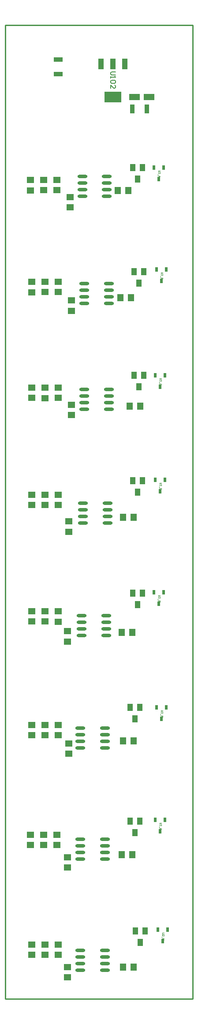
<source format=gtp>
G04 Layer_Color=8421504*
%FSLAX25Y25*%
%MOIN*%
G70*
G01*
G75*
G04:AMPARAMS|DCode=10|XSize=21.65mil|YSize=31.5mil|CornerRadius=1.95mil|HoleSize=0mil|Usage=FLASHONLY|Rotation=0.000|XOffset=0mil|YOffset=0mil|HoleType=Round|Shape=RoundedRectangle|*
%AMROUNDEDRECTD10*
21,1,0.02165,0.02760,0,0,0.0*
21,1,0.01776,0.03150,0,0,0.0*
1,1,0.00390,0.00888,-0.01380*
1,1,0.00390,-0.00888,-0.01380*
1,1,0.00390,-0.00888,0.01380*
1,1,0.00390,0.00888,0.01380*
%
%ADD10ROUNDEDRECTD10*%
%ADD11R,0.03937X0.05512*%
%ADD12R,0.04724X0.05709*%
%ADD13R,0.05709X0.04724*%
%ADD14O,0.07480X0.02362*%
%ADD15R,0.07874X0.04724*%
G04:AMPARAMS|DCode=16|XSize=39.37mil|YSize=80.71mil|CornerRadius=1.97mil|HoleSize=0mil|Usage=FLASHONLY|Rotation=0.000|XOffset=0mil|YOffset=0mil|HoleType=Round|Shape=RoundedRectangle|*
%AMROUNDEDRECTD16*
21,1,0.03937,0.07677,0,0,0.0*
21,1,0.03543,0.08071,0,0,0.0*
1,1,0.00394,0.01772,-0.03839*
1,1,0.00394,-0.01772,-0.03839*
1,1,0.00394,-0.01772,0.03839*
1,1,0.00394,0.01772,0.03839*
%
%ADD16ROUNDEDRECTD16*%
G04:AMPARAMS|DCode=17|XSize=127.95mil|YSize=80.71mil|CornerRadius=2.02mil|HoleSize=0mil|Usage=FLASHONLY|Rotation=0.000|XOffset=0mil|YOffset=0mil|HoleType=Round|Shape=RoundedRectangle|*
%AMROUNDEDRECTD17*
21,1,0.12795,0.07667,0,0,0.0*
21,1,0.12392,0.08071,0,0,0.0*
1,1,0.00404,0.06196,-0.03834*
1,1,0.00404,-0.06196,-0.03834*
1,1,0.00404,-0.06196,0.03834*
1,1,0.00404,0.06196,0.03834*
%
%ADD17ROUNDEDRECTD17*%
%ADD18R,0.03740X0.06693*%
%ADD19R,0.06693X0.03740*%
%ADD22C,0.01000*%
%ADD23C,0.00236*%
%ADD24C,0.00800*%
D10*
X122740Y-683945D02*
D03*
X115260D02*
D03*
X119000Y-692606D02*
D03*
X120740Y-600669D02*
D03*
X113260D02*
D03*
X117000Y-609331D02*
D03*
X121740Y-515669D02*
D03*
X114260D02*
D03*
X118000Y-524331D02*
D03*
X119740Y-428669D02*
D03*
X112260D02*
D03*
X116000Y-437331D02*
D03*
X120740Y-343669D02*
D03*
X113260D02*
D03*
X117000Y-352331D02*
D03*
X120740Y-264669D02*
D03*
X113260D02*
D03*
X117000Y-273331D02*
D03*
X121740Y-184669D02*
D03*
X114260D02*
D03*
X118000Y-193331D02*
D03*
X119740Y-107669D02*
D03*
X112260D02*
D03*
X116000Y-116331D02*
D03*
D11*
X105740Y-684669D02*
D03*
X98260D02*
D03*
X102000Y-693331D02*
D03*
X101740Y-601669D02*
D03*
X94260D02*
D03*
X98000Y-610331D02*
D03*
X101740Y-515669D02*
D03*
X94260D02*
D03*
X98000Y-524331D02*
D03*
X103740Y-429339D02*
D03*
X96260D02*
D03*
X100000Y-438000D02*
D03*
Y-353000D02*
D03*
X96260Y-344339D02*
D03*
X103740D02*
D03*
X101000Y-273331D02*
D03*
X97260Y-264669D02*
D03*
X104740D02*
D03*
X101000Y-195000D02*
D03*
X97260Y-186339D02*
D03*
X104740D02*
D03*
X100000Y-116331D02*
D03*
X96260Y-107669D02*
D03*
X103740D02*
D03*
D12*
X96874Y-712000D02*
D03*
X89000D02*
D03*
X95937Y-627000D02*
D03*
X88063D02*
D03*
X96937Y-541000D02*
D03*
X89063D02*
D03*
X95874Y-459000D02*
D03*
X88000D02*
D03*
X89000Y-372000D02*
D03*
X96874D02*
D03*
X94063Y-288000D02*
D03*
X101937D02*
D03*
X87063Y-206000D02*
D03*
X94937D02*
D03*
X85000Y-125000D02*
D03*
X92874D02*
D03*
D13*
X20000Y-702937D02*
D03*
Y-695063D02*
D03*
X30000Y-702937D02*
D03*
Y-695063D02*
D03*
X40000Y-702937D02*
D03*
Y-695063D02*
D03*
X47000Y-719937D02*
D03*
Y-712063D02*
D03*
X19000Y-619937D02*
D03*
Y-612063D02*
D03*
X39000Y-619937D02*
D03*
Y-612063D02*
D03*
X29000Y-619937D02*
D03*
Y-612063D02*
D03*
X47000Y-636937D02*
D03*
Y-629063D02*
D03*
X20000Y-536937D02*
D03*
Y-529063D02*
D03*
X40000Y-536937D02*
D03*
Y-529063D02*
D03*
X48000Y-550937D02*
D03*
Y-543063D02*
D03*
X30000Y-536937D02*
D03*
Y-529063D02*
D03*
Y-450937D02*
D03*
Y-443063D02*
D03*
X47000Y-466000D02*
D03*
Y-458126D02*
D03*
X40000Y-451000D02*
D03*
Y-443126D02*
D03*
X20000Y-450874D02*
D03*
Y-443000D02*
D03*
X40000Y-355063D02*
D03*
Y-362937D02*
D03*
X30000Y-355063D02*
D03*
Y-362937D02*
D03*
X20000Y-355063D02*
D03*
Y-362937D02*
D03*
X48000Y-375126D02*
D03*
Y-383000D02*
D03*
X40000Y-274063D02*
D03*
Y-281937D02*
D03*
X30000Y-274126D02*
D03*
Y-282000D02*
D03*
X20000Y-274063D02*
D03*
Y-281937D02*
D03*
X50000Y-287063D02*
D03*
Y-294937D02*
D03*
Y-208126D02*
D03*
Y-216000D02*
D03*
X40000Y-194063D02*
D03*
Y-201937D02*
D03*
X30000Y-194063D02*
D03*
Y-201937D02*
D03*
X20000Y-194126D02*
D03*
Y-202000D02*
D03*
X19000Y-117126D02*
D03*
Y-125000D02*
D03*
X49000Y-130063D02*
D03*
Y-137937D02*
D03*
X29000Y-117063D02*
D03*
Y-124937D02*
D03*
X39000Y-117063D02*
D03*
Y-124937D02*
D03*
D14*
X75252Y-714500D02*
D03*
Y-709500D02*
D03*
Y-704500D02*
D03*
Y-699500D02*
D03*
X56748Y-714500D02*
D03*
Y-709500D02*
D03*
Y-704500D02*
D03*
Y-699500D02*
D03*
X75252Y-630500D02*
D03*
Y-625500D02*
D03*
Y-620500D02*
D03*
Y-615500D02*
D03*
X56748Y-630500D02*
D03*
Y-625500D02*
D03*
Y-620500D02*
D03*
Y-615500D02*
D03*
X75252Y-546500D02*
D03*
Y-541500D02*
D03*
Y-536500D02*
D03*
Y-531500D02*
D03*
X56748Y-546500D02*
D03*
Y-541500D02*
D03*
Y-536500D02*
D03*
Y-531500D02*
D03*
X76252Y-461500D02*
D03*
Y-456500D02*
D03*
Y-451500D02*
D03*
Y-446500D02*
D03*
X57748Y-461500D02*
D03*
Y-456500D02*
D03*
Y-451500D02*
D03*
Y-446500D02*
D03*
X59748Y-275500D02*
D03*
Y-280500D02*
D03*
Y-285500D02*
D03*
Y-290500D02*
D03*
X78252Y-275500D02*
D03*
Y-280500D02*
D03*
Y-285500D02*
D03*
Y-290500D02*
D03*
X59748Y-195500D02*
D03*
Y-200500D02*
D03*
Y-205500D02*
D03*
Y-210500D02*
D03*
X78252Y-195500D02*
D03*
Y-200500D02*
D03*
Y-205500D02*
D03*
Y-210500D02*
D03*
X58248Y-114500D02*
D03*
Y-119500D02*
D03*
Y-124500D02*
D03*
Y-129500D02*
D03*
X76752Y-114500D02*
D03*
Y-119500D02*
D03*
Y-124500D02*
D03*
Y-129500D02*
D03*
X58748Y-361500D02*
D03*
Y-366500D02*
D03*
Y-371500D02*
D03*
Y-376500D02*
D03*
X77252Y-361500D02*
D03*
Y-366500D02*
D03*
Y-371500D02*
D03*
Y-376500D02*
D03*
D15*
X97672Y-54441D02*
D03*
X108696D02*
D03*
D16*
X90251Y-29441D02*
D03*
X81196D02*
D03*
X72141D02*
D03*
D17*
X81196Y-54441D02*
D03*
D18*
X95944Y-63441D02*
D03*
X106967D02*
D03*
D19*
X40000Y-26000D02*
D03*
Y-37024D02*
D03*
D22*
X0Y-736221D02*
X141732D01*
Y0D01*
X0D02*
X141732D01*
X0Y-736221D02*
Y0D01*
D23*
X119878Y-686276D02*
X118730D01*
X118500Y-686505D01*
Y-686964D01*
X118730Y-687194D01*
X119878D01*
X118500Y-688571D02*
Y-687653D01*
X119418Y-688571D01*
X119648D01*
X119878Y-688342D01*
Y-687883D01*
X119648Y-687653D01*
X118270Y-689031D02*
Y-689949D01*
X119878Y-690408D02*
X118500D01*
X119189D01*
Y-691326D01*
X119878D01*
X118500D01*
X117877Y-603000D02*
X116730D01*
X116500Y-603230D01*
Y-603689D01*
X116730Y-603918D01*
X117877D01*
X116500Y-605296D02*
Y-604378D01*
X117418Y-605296D01*
X117648D01*
X117877Y-605066D01*
Y-604607D01*
X117648Y-604378D01*
X116270Y-605755D02*
Y-606673D01*
X117648Y-608051D02*
X117877Y-607821D01*
Y-607362D01*
X117648Y-607132D01*
X116730D01*
X116500Y-607362D01*
Y-607821D01*
X116730Y-608051D01*
X117189D01*
Y-607592D01*
X118877Y-518000D02*
X117730D01*
X117500Y-518230D01*
Y-518689D01*
X117730Y-518918D01*
X118877D01*
X117500Y-520296D02*
Y-519378D01*
X118418Y-520296D01*
X118648D01*
X118877Y-520066D01*
Y-519607D01*
X118648Y-519378D01*
X117270Y-520755D02*
Y-521673D01*
X118877Y-523051D02*
Y-522132D01*
X118189D01*
Y-522592D01*
Y-522132D01*
X117500D01*
X116877Y-431000D02*
X115730D01*
X115500Y-431230D01*
Y-431689D01*
X115730Y-431918D01*
X116877D01*
X115500Y-433296D02*
Y-432377D01*
X116418Y-433296D01*
X116648D01*
X116877Y-433066D01*
Y-432607D01*
X116648Y-432377D01*
X115270Y-433755D02*
Y-434673D01*
X116877Y-436051D02*
Y-435133D01*
X115500D01*
Y-436051D01*
X116189Y-435133D02*
Y-435592D01*
X117877Y-346000D02*
X116730D01*
X116500Y-346230D01*
Y-346689D01*
X116730Y-346918D01*
X117877D01*
X116500Y-348296D02*
Y-347377D01*
X117418Y-348296D01*
X117648D01*
X117877Y-348066D01*
Y-347607D01*
X117648Y-347377D01*
X116270Y-348755D02*
Y-349673D01*
X117877Y-350132D02*
X116500D01*
Y-350821D01*
X116730Y-351051D01*
X117648D01*
X117877Y-350821D01*
Y-350132D01*
Y-267000D02*
X116730D01*
X116500Y-267230D01*
Y-267689D01*
X116730Y-267918D01*
X117877D01*
X116500Y-269296D02*
Y-268377D01*
X117418Y-269296D01*
X117648D01*
X117877Y-269066D01*
Y-268607D01*
X117648Y-268377D01*
X116270Y-269755D02*
Y-270673D01*
X117648Y-272051D02*
X117877Y-271821D01*
Y-271362D01*
X117648Y-271132D01*
X116730D01*
X116500Y-271362D01*
Y-271821D01*
X116730Y-272051D01*
X118877Y-187000D02*
X117730D01*
X117500Y-187230D01*
Y-187689D01*
X117730Y-187918D01*
X118877D01*
X117500Y-189296D02*
Y-188377D01*
X118418Y-189296D01*
X118648D01*
X118877Y-189066D01*
Y-188607D01*
X118648Y-188377D01*
X117270Y-189755D02*
Y-190673D01*
X118877Y-191132D02*
X117500D01*
Y-191821D01*
X117730Y-192051D01*
X117959D01*
X118189Y-191821D01*
Y-191132D01*
Y-191821D01*
X118418Y-192051D01*
X118648D01*
X118877Y-191821D01*
Y-191132D01*
X116877Y-110000D02*
X115730D01*
X115500Y-110230D01*
Y-110689D01*
X115730Y-110918D01*
X116877D01*
X115500Y-112296D02*
Y-111378D01*
X116418Y-112296D01*
X116648D01*
X116877Y-112066D01*
Y-111607D01*
X116648Y-111378D01*
X115270Y-112755D02*
Y-113673D01*
X115500Y-114132D02*
X116418D01*
X116877Y-114592D01*
X116418Y-115051D01*
X115500D01*
X116189D01*
Y-114132D01*
D24*
X83195Y-35441D02*
X80279D01*
X79696Y-36024D01*
Y-37190D01*
X80279Y-37774D01*
X83195D01*
X79696Y-38940D02*
Y-40106D01*
Y-39523D01*
X83195D01*
X82612Y-38940D01*
Y-41856D02*
X83195Y-42439D01*
Y-43605D01*
X82612Y-44188D01*
X80279D01*
X79696Y-43605D01*
Y-42439D01*
X80279Y-41856D01*
X82612D01*
X79696Y-47687D02*
Y-45355D01*
X82028Y-47687D01*
X82612D01*
X83195Y-47104D01*
Y-45938D01*
X82612Y-45355D01*
M02*

</source>
